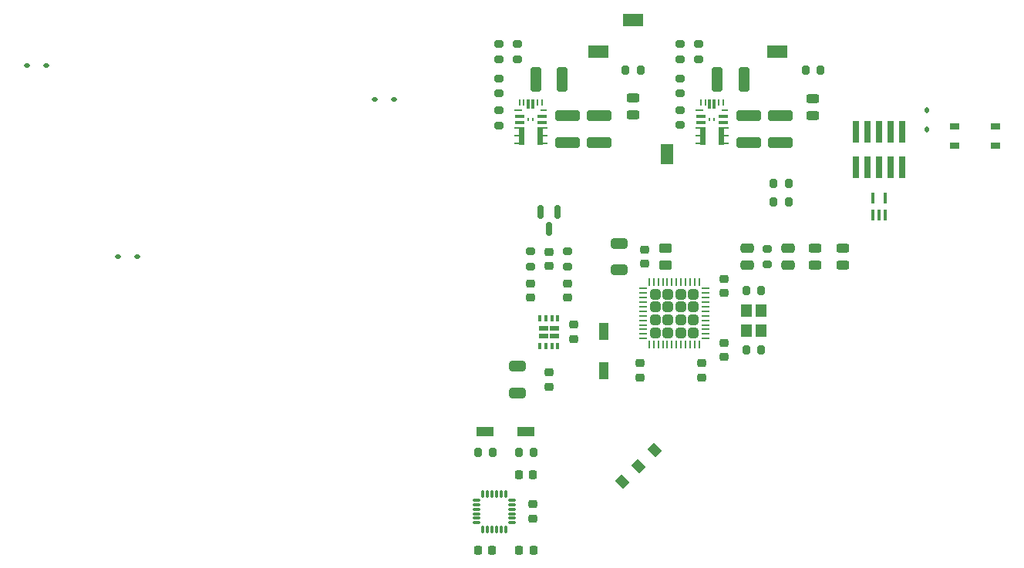
<source format=gbr>
G04 #@! TF.GenerationSoftware,KiCad,Pcbnew,8.0.1-rc2-202403101705~c0fd138706~ubuntu22.04.1*
G04 #@! TF.CreationDate,2024-03-11T22:08:16-04:00*
G04 #@! TF.ProjectId,Balance_Controller,42616c61-6e63-4655-9f43-6f6e74726f6c,rev?*
G04 #@! TF.SameCoordinates,Original*
G04 #@! TF.FileFunction,Paste,Top*
G04 #@! TF.FilePolarity,Positive*
%FSLAX46Y46*%
G04 Gerber Fmt 4.6, Leading zero omitted, Abs format (unit mm)*
G04 Created by KiCad (PCBNEW 8.0.1-rc2-202403101705~c0fd138706~ubuntu22.04.1) date 2024-03-11 22:08:16*
%MOMM*%
%LPD*%
G01*
G04 APERTURE LIST*
G04 Aperture macros list*
%AMRoundRect*
0 Rectangle with rounded corners*
0 $1 Rounding radius*
0 $2 $3 $4 $5 $6 $7 $8 $9 X,Y pos of 4 corners*
0 Add a 4 corners polygon primitive as box body*
4,1,4,$2,$3,$4,$5,$6,$7,$8,$9,$2,$3,0*
0 Add four circle primitives for the rounded corners*
1,1,$1+$1,$2,$3*
1,1,$1+$1,$4,$5*
1,1,$1+$1,$6,$7*
1,1,$1+$1,$8,$9*
0 Add four rect primitives between the rounded corners*
20,1,$1+$1,$2,$3,$4,$5,0*
20,1,$1+$1,$4,$5,$6,$7,0*
20,1,$1+$1,$6,$7,$8,$9,0*
20,1,$1+$1,$8,$9,$2,$3,0*%
%AMRotRect*
0 Rectangle, with rotation*
0 The origin of the aperture is its center*
0 $1 length*
0 $2 width*
0 $3 Rotation angle, in degrees counterclockwise*
0 Add horizontal line*
21,1,$1,$2,0,0,$3*%
G04 Aperture macros list end*
%ADD10C,0.000000*%
%ADD11RoundRect,0.200000X-0.275000X0.200000X-0.275000X-0.200000X0.275000X-0.200000X0.275000X0.200000X0*%
%ADD12RoundRect,0.250000X0.475000X-0.250000X0.475000X0.250000X-0.475000X0.250000X-0.475000X-0.250000X0*%
%ADD13RoundRect,0.225000X-0.225000X-0.250000X0.225000X-0.250000X0.225000X0.250000X-0.225000X0.250000X0*%
%ADD14RoundRect,0.250000X0.450000X-0.262500X0.450000X0.262500X-0.450000X0.262500X-0.450000X-0.262500X0*%
%ADD15RoundRect,0.250000X1.100000X-0.325000X1.100000X0.325000X-1.100000X0.325000X-1.100000X-0.325000X0*%
%ADD16RoundRect,0.243750X-0.456250X0.243750X-0.456250X-0.243750X0.456250X-0.243750X0.456250X0.243750X0*%
%ADD17R,0.812800X0.254000*%
%ADD18R,1.092200X0.304800*%
%ADD19R,0.508000X0.254000*%
%ADD20R,0.711200X0.254000*%
%ADD21R,0.254000X0.711200*%
%ADD22R,0.304800X1.092200*%
%ADD23R,0.254000X0.406400*%
%ADD24R,2.300000X1.400000*%
%ADD25RotRect,1.000000X1.200000X45.000000*%
%ADD26R,1.000000X0.600000*%
%ADD27R,0.350000X0.650000*%
%ADD28RoundRect,0.225000X-0.250000X0.225000X-0.250000X-0.225000X0.250000X-0.225000X0.250000X0.225000X0*%
%ADD29RoundRect,0.250000X-0.325000X-1.100000X0.325000X-1.100000X0.325000X1.100000X-0.325000X1.100000X0*%
%ADD30RoundRect,0.200000X0.200000X0.275000X-0.200000X0.275000X-0.200000X-0.275000X0.200000X-0.275000X0*%
%ADD31RoundRect,0.112500X-0.112500X0.187500X-0.112500X-0.187500X0.112500X-0.187500X0.112500X0.187500X0*%
%ADD32RoundRect,0.200000X0.275000X-0.200000X0.275000X0.200000X-0.275000X0.200000X-0.275000X-0.200000X0*%
%ADD33R,1.400000X2.300000*%
%ADD34RoundRect,0.250000X-0.475000X0.250000X-0.475000X-0.250000X0.475000X-0.250000X0.475000X0.250000X0*%
%ADD35R,1.950000X1.100000*%
%ADD36RoundRect,0.112500X-0.187500X-0.112500X0.187500X-0.112500X0.187500X0.112500X-0.187500X0.112500X0*%
%ADD37RoundRect,0.075000X-0.350000X-0.075000X0.350000X-0.075000X0.350000X0.075000X-0.350000X0.075000X0*%
%ADD38RoundRect,0.075000X0.075000X-0.350000X0.075000X0.350000X-0.075000X0.350000X-0.075000X-0.350000X0*%
%ADD39R,0.400000X1.200000*%
%ADD40RoundRect,0.225000X0.250000X-0.225000X0.250000X0.225000X-0.250000X0.225000X-0.250000X-0.225000X0*%
%ADD41R,1.100000X1.950000*%
%ADD42RoundRect,0.243750X0.456250X-0.243750X0.456250X0.243750X-0.456250X0.243750X-0.456250X-0.243750X0*%
%ADD43R,1.200000X1.400000*%
%ADD44RoundRect,0.200000X-0.200000X-0.275000X0.200000X-0.275000X0.200000X0.275000X-0.200000X0.275000X0*%
%ADD45RoundRect,0.250000X0.315000X0.315000X-0.315000X0.315000X-0.315000X-0.315000X0.315000X-0.315000X0*%
%ADD46RoundRect,0.062500X0.375000X0.062500X-0.375000X0.062500X-0.375000X-0.062500X0.375000X-0.062500X0*%
%ADD47RoundRect,0.062500X0.062500X0.375000X-0.062500X0.375000X-0.062500X-0.375000X0.062500X-0.375000X0*%
%ADD48R,0.740000X2.400000*%
%ADD49RoundRect,0.250000X-0.650000X0.325000X-0.650000X-0.325000X0.650000X-0.325000X0.650000X0.325000X0*%
%ADD50RoundRect,0.250000X0.650000X-0.325000X0.650000X0.325000X-0.650000X0.325000X-0.650000X-0.325000X0*%
%ADD51R,1.000000X0.700000*%
%ADD52RoundRect,0.150000X-0.150000X0.587500X-0.150000X-0.587500X0.150000X-0.587500X0.150000X0.587500X0*%
G04 APERTURE END LIST*
D10*
G36*
X102792000Y-36727000D02*
G01*
X102208000Y-36727000D01*
X102208000Y-34773000D01*
X102792000Y-34773000D01*
X102792000Y-36727000D01*
G37*
G36*
X104792000Y-36727000D02*
G01*
X104208000Y-36727000D01*
X104208000Y-34773000D01*
X104792000Y-34773000D01*
X104792000Y-36727000D01*
G37*
G36*
X122692000Y-36727000D02*
G01*
X122108000Y-36727000D01*
X122108000Y-34773000D01*
X122692000Y-34773000D01*
X122692000Y-36727000D01*
G37*
G36*
X124692000Y-36727000D02*
G01*
X124108000Y-36727000D01*
X124108000Y-34773000D01*
X124692000Y-34773000D01*
X124692000Y-36727000D01*
G37*
D11*
X100000000Y-29425000D03*
X100000000Y-31075000D03*
D12*
X127250000Y-49950000D03*
X127250000Y-48050000D03*
D13*
X102225000Y-81250000D03*
X103775000Y-81250000D03*
D14*
X118250000Y-49912500D03*
X118250000Y-48087500D03*
D15*
X111000000Y-36475000D03*
X111000000Y-33525000D03*
D16*
X134500000Y-31625000D03*
X134500000Y-33500000D03*
D17*
X102106000Y-32950000D03*
D18*
X102246000Y-33599999D03*
X102246000Y-34250000D03*
D19*
X101954000Y-34900000D03*
X101954000Y-35750001D03*
X101954000Y-36600000D03*
X105046000Y-36600000D03*
X105046000Y-35750001D03*
X105046000Y-34900000D03*
D18*
X104754000Y-34250000D03*
X104754000Y-33599999D03*
D20*
X104944000Y-32950000D03*
D21*
X104750000Y-32056000D03*
X104250001Y-32056000D03*
D22*
X103750000Y-32246000D03*
X103250000Y-32246000D03*
D21*
X102749999Y-32056000D03*
X102250000Y-32056000D03*
D23*
X103250000Y-33925000D03*
X103750000Y-33925000D03*
D24*
X130540000Y-26500000D03*
D25*
X113529111Y-73764645D03*
X115296878Y-71996878D03*
X117064645Y-70229111D03*
D15*
X127400000Y-36475000D03*
X127400000Y-33525000D03*
D26*
X104900000Y-57687500D03*
X106100000Y-57687500D03*
X104900000Y-56912500D03*
X106100000Y-56912500D03*
D27*
X104525000Y-58850000D03*
X105175000Y-58850000D03*
X105825000Y-58850000D03*
X106475000Y-58850000D03*
X106475000Y-55750000D03*
X105825000Y-55750000D03*
X105175000Y-55750000D03*
X104525000Y-55750000D03*
D11*
X119900000Y-29425000D03*
X119900000Y-31075000D03*
D28*
X105500000Y-48475000D03*
X105500000Y-50025000D03*
X107500000Y-51975000D03*
X107500000Y-53525000D03*
D11*
X102000000Y-25675000D03*
X102000000Y-27325000D03*
D29*
X104025000Y-29500000D03*
X106975000Y-29500000D03*
D30*
X115575000Y-28500000D03*
X113925000Y-28500000D03*
D31*
X147000000Y-32900000D03*
X147000000Y-35000000D03*
D30*
X135325000Y-28500000D03*
X133675000Y-28500000D03*
D32*
X119900000Y-27325000D03*
X119900000Y-25675000D03*
D13*
X97725000Y-81250000D03*
X99275000Y-81250000D03*
D33*
X118500000Y-37750000D03*
D11*
X103500000Y-48425000D03*
X103500000Y-50075000D03*
D34*
X131750000Y-48050000D03*
X131750000Y-49950000D03*
D17*
X122006000Y-32950000D03*
D18*
X122146000Y-33599999D03*
X122146000Y-34250000D03*
D19*
X121854000Y-34900000D03*
X121854000Y-35750001D03*
X121854000Y-36600000D03*
X124946000Y-36600000D03*
X124946000Y-35750001D03*
X124946000Y-34900000D03*
D18*
X124654000Y-34250000D03*
X124654000Y-33599999D03*
D20*
X124844000Y-32950000D03*
D21*
X124650000Y-32056000D03*
X124150001Y-32056000D03*
D22*
X123650000Y-32246000D03*
X123150000Y-32246000D03*
D21*
X122649999Y-32056000D03*
X122150000Y-32056000D03*
D23*
X123150000Y-33925000D03*
X123650000Y-33925000D03*
D35*
X103000000Y-68250000D03*
D36*
X86400000Y-31750000D03*
X88500000Y-31750000D03*
D11*
X100000000Y-32925000D03*
X100000000Y-34575000D03*
D37*
X97550000Y-75750000D03*
X97550000Y-76250000D03*
X97550000Y-76750000D03*
X97550000Y-77250000D03*
X97550000Y-77750000D03*
X97550000Y-78250000D03*
D38*
X98250000Y-78950000D03*
X98750000Y-78950000D03*
X99250000Y-78950000D03*
X99750000Y-78950000D03*
X100250000Y-78950000D03*
X100750000Y-78950000D03*
D37*
X101450000Y-78250000D03*
X101450000Y-77750000D03*
X101450000Y-77250000D03*
X101450000Y-76750000D03*
X101450000Y-76250000D03*
X101450000Y-75750000D03*
D38*
X100750000Y-75050000D03*
X100250000Y-75050000D03*
X99750000Y-75050000D03*
X99250000Y-75050000D03*
X98750000Y-75050000D03*
X98250000Y-75050000D03*
D39*
X141100000Y-44450000D03*
X141750000Y-44450000D03*
X142400000Y-44450000D03*
X142400000Y-42550000D03*
X141100000Y-42550000D03*
D40*
X105500000Y-63275000D03*
X105500000Y-61725000D03*
D32*
X100000000Y-27325000D03*
X100000000Y-25675000D03*
D41*
X111500000Y-61500000D03*
D42*
X137750000Y-49937500D03*
X137750000Y-48062500D03*
D41*
X111500000Y-57250000D03*
D40*
X108250000Y-58025000D03*
X108250000Y-56475000D03*
D28*
X103500000Y-51975000D03*
X103500000Y-53525000D03*
D13*
X102200000Y-73000000D03*
X103750000Y-73000000D03*
D43*
X128800000Y-57100000D03*
X128800000Y-54900000D03*
X127200000Y-54900000D03*
X127200000Y-57100000D03*
D44*
X130175000Y-41000000D03*
X131825000Y-41000000D03*
D11*
X121900000Y-25675000D03*
X121900000Y-27325000D03*
D30*
X128825000Y-59250000D03*
X127175000Y-59250000D03*
D40*
X124750000Y-53025000D03*
X124750000Y-51475000D03*
D45*
X121350000Y-57350000D03*
X121350000Y-55950000D03*
X121350000Y-54550000D03*
X121350000Y-53150000D03*
X119950000Y-57350000D03*
X119950000Y-55950000D03*
X119950000Y-54550000D03*
X119950000Y-53150000D03*
X118550000Y-57350000D03*
X118550000Y-55950000D03*
X118550000Y-54550000D03*
X118550000Y-53150000D03*
X117150000Y-57350000D03*
X117150000Y-55950000D03*
X117150000Y-54550000D03*
X117150000Y-53150000D03*
D46*
X122687500Y-58000000D03*
X122687500Y-57500000D03*
X122687500Y-57000000D03*
X122687500Y-56500000D03*
X122687500Y-56000000D03*
X122687500Y-55500000D03*
X122687500Y-55000000D03*
X122687500Y-54500000D03*
X122687500Y-54000000D03*
X122687500Y-53500000D03*
X122687500Y-53000000D03*
X122687500Y-52500000D03*
D47*
X122000000Y-51812500D03*
X121500000Y-51812500D03*
X121000000Y-51812500D03*
X120500000Y-51812500D03*
X120000000Y-51812500D03*
X119500000Y-51812500D03*
X119000000Y-51812500D03*
X118500000Y-51812500D03*
X118000000Y-51812500D03*
X117500000Y-51812500D03*
X117000000Y-51812500D03*
X116500000Y-51812500D03*
D46*
X115812500Y-52500000D03*
X115812500Y-53000000D03*
X115812500Y-53500000D03*
X115812500Y-54000000D03*
X115812500Y-54500000D03*
X115812500Y-55000000D03*
X115812500Y-55500000D03*
X115812500Y-56000000D03*
X115812500Y-56500000D03*
X115812500Y-57000000D03*
X115812500Y-57500000D03*
X115812500Y-58000000D03*
D47*
X116500000Y-58687500D03*
X117000000Y-58687500D03*
X117500000Y-58687500D03*
X118000000Y-58687500D03*
X118500000Y-58687500D03*
X119000000Y-58687500D03*
X119500000Y-58687500D03*
X120000000Y-58687500D03*
X120500000Y-58687500D03*
X121000000Y-58687500D03*
X121500000Y-58687500D03*
X122000000Y-58687500D03*
D30*
X99325000Y-70500000D03*
X97675000Y-70500000D03*
D32*
X129500000Y-49825000D03*
X129500000Y-48175000D03*
D48*
X144290000Y-35300000D03*
X144290000Y-39200000D03*
X143020000Y-35300000D03*
X143020000Y-39200000D03*
X141750000Y-35300000D03*
X141750000Y-39200000D03*
X140480000Y-35300000D03*
X140480000Y-39200000D03*
X139210000Y-35300000D03*
X139210000Y-39200000D03*
D16*
X114750000Y-31562500D03*
X114750000Y-33437500D03*
D35*
X98500000Y-68250000D03*
D15*
X107500000Y-36475000D03*
X107500000Y-33525000D03*
D44*
X130175000Y-43000000D03*
X131825000Y-43000000D03*
D29*
X123950000Y-29500000D03*
X126900000Y-29500000D03*
D32*
X107500000Y-50075000D03*
X107500000Y-48425000D03*
D44*
X127175000Y-52750000D03*
X128825000Y-52750000D03*
D49*
X102000000Y-61025000D03*
X102000000Y-63975000D03*
D44*
X102175000Y-70500000D03*
X103825000Y-70500000D03*
D42*
X134750000Y-49937500D03*
X134750000Y-48062500D03*
D28*
X115500000Y-60725000D03*
X115500000Y-62275000D03*
D40*
X116000000Y-49775000D03*
X116000000Y-48225000D03*
D36*
X58200000Y-49000000D03*
X60300000Y-49000000D03*
D24*
X114750000Y-23000000D03*
D36*
X48200000Y-28000000D03*
X50300000Y-28000000D03*
D15*
X130900000Y-36475000D03*
X130900000Y-33525000D03*
D50*
X113250000Y-50475000D03*
X113250000Y-47525000D03*
D11*
X119900000Y-32900000D03*
X119900000Y-34550000D03*
D51*
X150000000Y-34675000D03*
X154500000Y-34675000D03*
X150000000Y-36825000D03*
X154500000Y-36825000D03*
D24*
X110960000Y-26500000D03*
D40*
X103750000Y-77775000D03*
X103750000Y-76225000D03*
D28*
X124750000Y-58475000D03*
X124750000Y-60025000D03*
D52*
X106450000Y-44062500D03*
X104550000Y-44062500D03*
X105500000Y-45937500D03*
D28*
X122250000Y-60725000D03*
X122250000Y-62275000D03*
M02*

</source>
